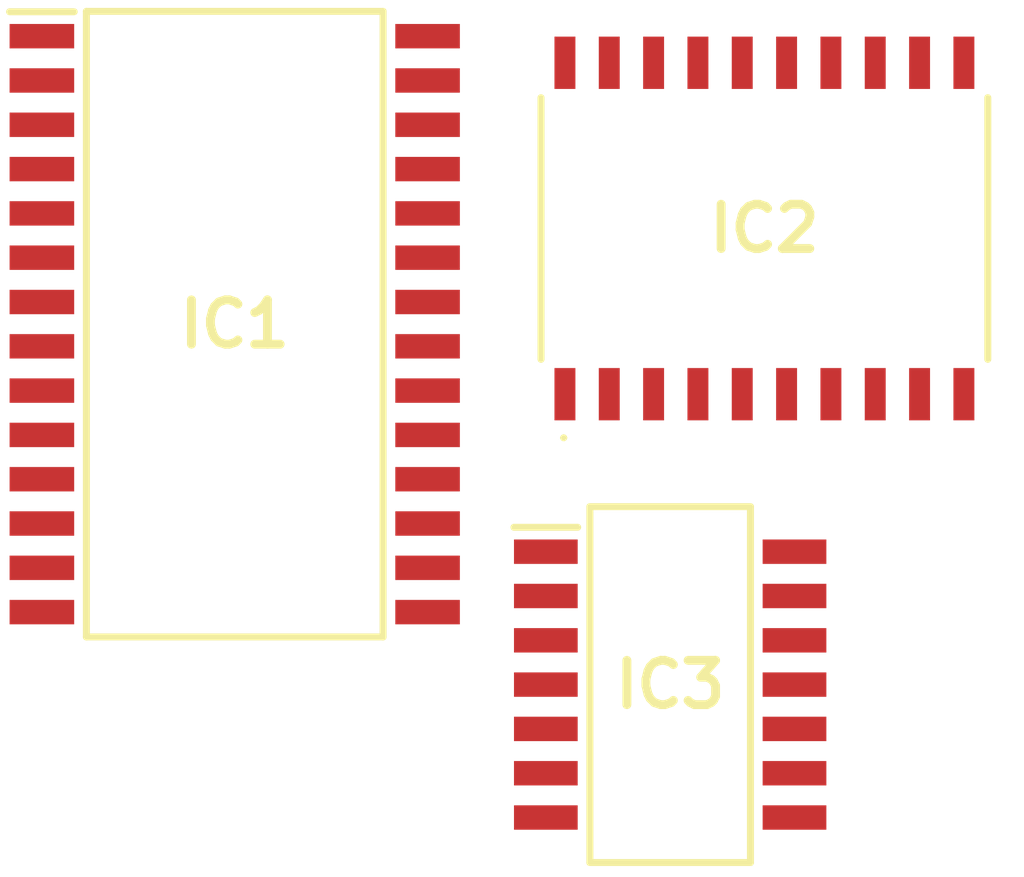
<source format=kicad_pcb>
(kicad_pcb (version 20221018) (generator pcbnew)
  (layers (0 "F.Cu" signal) (31 "B.Cu" signal) (34 "B.Paste" user) (35 "F.Paste" user) (36 "B.SilkS" user "B.Silkscreen") (37 "F.SilkS" user "F.Silkscreen") (38 "B.Mask" user) (39 "F.Mask" user) (44 "Edge.Cuts" user))
  (net 0 "")
  (footprint "SamacSys_Parts:SOIC127P1194X279-28N" (layer "F.Cu") (at 32.645 29.075)
    (fp_text reference "IC1" (at 0 0) (layer "F.SilkS") (effects (font (size 1.27 1.27) (thickness 0.254))))
    (fp_text value "CY62256NLL-55SNXI" hide)
    (fp_line (start -6.45 -8.955) (end -4.6 -8.955) (stroke (width 0.2)) (layer "F.SilkS"))
    (fp_line (start -4.25 -8.966) (end 4.25 -8.966) (stroke (width 0.2)) (layer "F.SilkS"))
    (fp_line (start -4.25 8.966) (end -4.25 -8.966) (stroke (width 0.2)) (layer "F.SilkS"))
    (fp_line (start 4.25 -8.966) (end 4.25 8.966) (stroke (width 0.2)) (layer "F.SilkS"))
    (fp_line (start 4.25 8.966) (end -4.25 8.966) (stroke (width 0.2)) (layer "F.SilkS"))
    (pad "1" smd rect (at -5.525 -8.255 90) (size 0.7 1.85) (layers "F.Cu" "F.Paste" "F.Mask"))
    (pad "2" smd rect (at -5.525 -6.985 90) (size 0.7 1.85) (layers "F.Cu" "F.Paste" "F.Mask"))
    (pad "3" smd rect (at -5.525 -5.715 90) (size 0.7 1.85) (layers "F.Cu" "F.Paste" "F.Mask"))
    (pad "4" smd rect (at -5.525 -4.445 90) (size 0.7 1.85) (layers "F.Cu" "F.Paste" "F.Mask"))
    (pad "5" smd rect (at -5.525 -3.175 90) (size 0.7 1.85) (layers "F.Cu" "F.Paste" "F.Mask"))
    (pad "6" smd rect (at -5.525 -1.905 90) (size 0.7 1.85) (layers "F.Cu" "F.Paste" "F.Mask"))
    (pad "7" smd rect (at -5.525 -0.635 90) (size 0.7 1.85) (layers "F.Cu" "F.Paste" "F.Mask"))
    (pad "8" smd rect (at -5.525 0.635 90) (size 0.7 1.85) (layers "F.Cu" "F.Paste" "F.Mask"))
    (pad "9" smd rect (at -5.525 1.905 90) (size 0.7 1.85) (layers "F.Cu" "F.Paste" "F.Mask"))
    (pad "10" smd rect (at -5.525 3.175 90) (size 0.7 1.85) (layers "F.Cu" "F.Paste" "F.Mask"))
    (pad "11" smd rect (at -5.525 4.445 90) (size 0.7 1.85) (layers "F.Cu" "F.Paste" "F.Mask"))
    (pad "12" smd rect (at -5.525 5.715 90) (size 0.7 1.85) (layers "F.Cu" "F.Paste" "F.Mask"))
    (pad "13" smd rect (at -5.525 6.985 90) (size 0.7 1.85) (layers "F.Cu" "F.Paste" "F.Mask"))
    (pad "14" smd rect (at -5.525 8.255 90) (size 0.7 1.85) (layers "F.Cu" "F.Paste" "F.Mask"))
    (pad "15" smd rect (at 5.525 8.255 90) (size 0.7 1.85) (layers "F.Cu" "F.Paste" "F.Mask"))
    (pad "16" smd rect (at 5.525 6.985 90) (size 0.7 1.85) (layers "F.Cu" "F.Paste" "F.Mask"))
    (pad "17" smd rect (at 5.525 5.715 90) (size 0.7 1.85) (layers "F.Cu" "F.Paste" "F.Mask"))
    (pad "18" smd rect (at 5.525 4.445 90) (size 0.7 1.85) (layers "F.Cu" "F.Paste" "F.Mask"))
    (pad "19" smd rect (at 5.525 3.175 90) (size 0.7 1.85) (layers "F.Cu" "F.Paste" "F.Mask"))
    (pad "20" smd rect (at 5.525 1.905 90) (size 0.7 1.85) (layers "F.Cu" "F.Paste" "F.Mask"))
    (pad "21" smd rect (at 5.525 0.635 90) (size 0.7 1.85) (layers "F.Cu" "F.Paste" "F.Mask"))
    (pad "22" smd rect (at 5.525 -0.635 90) (size 0.7 1.85) (layers "F.Cu" "F.Paste" "F.Mask"))
    (pad "23" smd rect (at 5.525 -1.905 90) (size 0.7 1.85) (layers "F.Cu" "F.Paste" "F.Mask"))
    (pad "24" smd rect (at 5.525 -3.175 90) (size 0.7 1.85) (layers "F.Cu" "F.Paste" "F.Mask"))
    (pad "25" smd rect (at 5.525 -4.445 90) (size 0.7 1.85) (layers "F.Cu" "F.Paste" "F.Mask"))
    (pad "26" smd rect (at 5.525 -5.715 90) (size 0.7 1.85) (layers "F.Cu" "F.Paste" "F.Mask"))
    (pad "27" smd rect (at 5.525 -6.985 90) (size 0.7 1.85) (layers "F.Cu" "F.Paste" "F.Mask"))
    (pad "28" smd rect (at 5.525 -8.255 90) (size 0.7 1.85) (layers "F.Cu" "F.Paste" "F.Mask"))
  )
  (footprint "SamacSys_Parts:SOIC127P780X200-14N" (layer "F.Cu") (at 45.12 39.408)
    (fp_text reference "IC3" (at 0 0) (layer "F.SilkS") (effects (font (size 1.27 1.27) (thickness 0.254))))
    (fp_text value "SN74ACT00NSR" hide)
    (fp_line (start -4.475 -4.51) (end -2.65 -4.51) (stroke (width 0.2)) (layer "F.SilkS"))
    (fp_line (start -2.3 -5.1) (end 2.3 -5.1) (stroke (width 0.2)) (layer "F.SilkS"))
    (fp_line (start -2.3 5.1) (end -2.3 -5.1) (stroke (width 0.2)) (layer "F.SilkS"))
    (fp_line (start 2.3 -5.1) (end 2.3 5.1) (stroke (width 0.2)) (layer "F.SilkS"))
    (fp_line (start 2.3 5.1) (end -2.3 5.1) (stroke (width 0.2)) (layer "F.SilkS"))
    (pad "1" smd rect (at -3.562 -3.81 90) (size 0.7 1.825) (layers "F.Cu" "F.Paste" "F.Mask"))
    (pad "2" smd rect (at -3.562 -2.54 90) (size 0.7 1.825) (layers "F.Cu" "F.Paste" "F.Mask"))
    (pad "3" smd rect (at -3.562 -1.27 90) (size 0.7 1.825) (layers "F.Cu" "F.Paste" "F.Mask"))
    (pad "4" smd rect (at -3.562 0 90) (size 0.7 1.825) (layers "F.Cu" "F.Paste" "F.Mask"))
    (pad "5" smd rect (at -3.562 1.27 90) (size 0.7 1.825) (layers "F.Cu" "F.Paste" "F.Mask"))
    (pad "6" smd rect (at -3.562 2.54 90) (size 0.7 1.825) (layers "F.Cu" "F.Paste" "F.Mask"))
    (pad "7" smd rect (at -3.562 3.81 90) (size 0.7 1.825) (layers "F.Cu" "F.Paste" "F.Mask"))
    (pad "8" smd rect (at 3.562 3.81 90) (size 0.7 1.825) (layers "F.Cu" "F.Paste" "F.Mask"))
    (pad "9" smd rect (at 3.562 2.54 90) (size 0.7 1.825) (layers "F.Cu" "F.Paste" "F.Mask"))
    (pad "10" smd rect (at 3.562 1.27 90) (size 0.7 1.825) (layers "F.Cu" "F.Paste" "F.Mask"))
    (pad "11" smd rect (at 3.562 0 90) (size 0.7 1.825) (layers "F.Cu" "F.Paste" "F.Mask"))
    (pad "12" smd rect (at 3.562 -1.27 90) (size 0.7 1.825) (layers "F.Cu" "F.Paste" "F.Mask"))
    (pad "13" smd rect (at 3.562 -2.54 90) (size 0.7 1.825) (layers "F.Cu" "F.Paste" "F.Mask"))
    (pad "14" smd rect (at 3.562 -3.81 90) (size 0.7 1.825) (layers "F.Cu" "F.Paste" "F.Mask"))
  )
  (footprint "SamacSys_Parts:74HCT574D653" (layer "F.Cu") (at 47.82 26.333)
    (fp_text reference "IC2" (at 0 0) (layer "F.SilkS") (effects (font (size 1.27 1.27) (thickness 0.254))))
    (fp_text value "74HCT574D,653" hide)
    (fp_line (start -6.4 3.75) (end -6.4 -3.75) (stroke (width 0.2)) (layer "F.SilkS"))
    (fp_line (start -5.8 6) (end -5.8 6) (stroke (width 0.1)) (layer "F.SilkS"))
    (fp_line (start -5.7 6) (end -5.7 6) (stroke (width 0.1)) (layer "F.SilkS"))
    (fp_line (start 6.4 -3.75) (end 6.4 3.75) (stroke (width 0.2)) (layer "F.SilkS"))
    (fp_arc (start -5.8 6) (mid -5.75 5.95) (end -5.7 6) (stroke (width 0.1)) (layer "F.SilkS"))
    (fp_arc (start -5.7 6) (mid -5.75 6.05) (end -5.8 6) (stroke (width 0.1)) (layer "F.SilkS"))
    (pad "1" smd rect (at -5.715 4.75) (size 0.6 1.5) (layers "F.Cu" "F.Paste" "F.Mask"))
    (pad "2" smd rect (at -4.445 4.75) (size 0.6 1.5) (layers "F.Cu" "F.Paste" "F.Mask"))
    (pad "3" smd rect (at -3.175 4.75) (size 0.6 1.5) (layers "F.Cu" "F.Paste" "F.Mask"))
    (pad "4" smd rect (at -1.905 4.75) (size 0.6 1.5) (layers "F.Cu" "F.Paste" "F.Mask"))
    (pad "5" smd rect (at -0.635 4.75) (size 0.6 1.5) (layers "F.Cu" "F.Paste" "F.Mask"))
    (pad "6" smd rect (at 0.635 4.75) (size 0.6 1.5) (layers "F.Cu" "F.Paste" "F.Mask"))
    (pad "7" smd rect (at 1.905 4.75) (size 0.6 1.5) (layers "F.Cu" "F.Paste" "F.Mask"))
    (pad "8" smd rect (at 3.175 4.75) (size 0.6 1.5) (layers "F.Cu" "F.Paste" "F.Mask"))
    (pad "9" smd rect (at 4.445 4.75) (size 0.6 1.5) (layers "F.Cu" "F.Paste" "F.Mask"))
    (pad "10" smd rect (at 5.715 4.75) (size 0.6 1.5) (layers "F.Cu" "F.Paste" "F.Mask"))
    (pad "11" smd rect (at 5.715 -4.75) (size 0.6 1.5) (layers "F.Cu" "F.Paste" "F.Mask"))
    (pad "12" smd rect (at 4.445 -4.75) (size 0.6 1.5) (layers "F.Cu" "F.Paste" "F.Mask"))
    (pad "13" smd rect (at 3.175 -4.75) (size 0.6 1.5) (layers "F.Cu" "F.Paste" "F.Mask"))
    (pad "14" smd rect (at 1.905 -4.75) (size 0.6 1.5) (layers "F.Cu" "F.Paste" "F.Mask"))
    (pad "15" smd rect (at 0.635 -4.75) (size 0.6 1.5) (layers "F.Cu" "F.Paste" "F.Mask"))
    (pad "16" smd rect (at -0.635 -4.75) (size 0.6 1.5) (layers "F.Cu" "F.Paste" "F.Mask"))
    (pad "17" smd rect (at -1.905 -4.75) (size 0.6 1.5) (layers "F.Cu" "F.Paste" "F.Mask"))
    (pad "18" smd rect (at -3.175 -4.75) (size 0.6 1.5) (layers "F.Cu" "F.Paste" "F.Mask"))
    (pad "19" smd rect (at -4.445 -4.75) (size 0.6 1.5) (layers "F.Cu" "F.Paste" "F.Mask"))
    (pad "20" smd rect (at -5.715 -4.75) (size 0.6 1.5) (layers "F.Cu" "F.Paste" "F.Mask"))
  )
)
</source>
